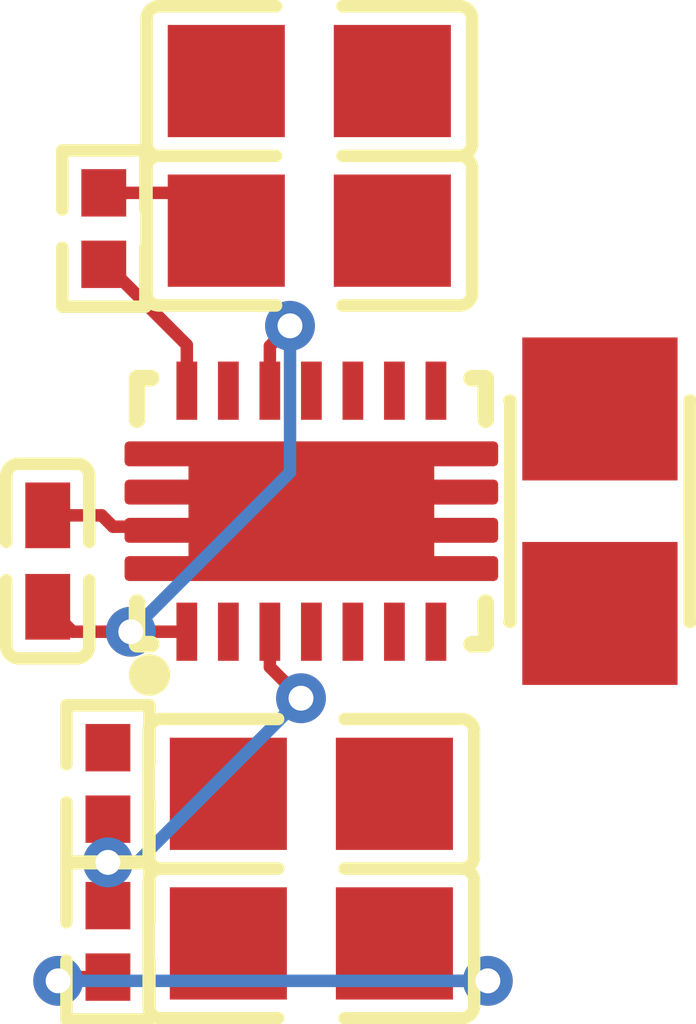
<source format=kicad_pcb>
(kicad_pcb (version 20240108) (generator "pcbnew") (generator_version "8.0")
  (layers (0 "F.Cu" signal) (31 "B.Cu" signal) (34 "B.Paste" user) (35 "F.Paste" user) (36 "B.SilkS" user "B.Silkscreen") (37 "F.SilkS" user "F.Silkscreen") (38 "B.Mask" user) (39 "F.Mask" user) (44 "Edge.Cuts" user))
  (net 0 "")
  (net 1 "L2")
  (net 2 "hv-1")
  (net 3 "L1")
  (net 4 "FB")
  (net 5 "EN")
  (net 6 "PG")
  (net 7 "gnd")
  (net 8 "hv")
  (footprint "lib:VSON-14_L4.0-W3.0-P0.50-BL-EP_TI_DSJ" (layer "F.Cu") (at 134.925 95.95)
    (property "Reference" "U1" (hide yes))
    (property "Value" "" (hide yes))
    (fp_line (start -2.1 -1.6) (end -1.93 -1.6) (stroke (width 0.2)) (layer "F.SilkS"))
    (fp_line (start -2.1 -1.1) (end -2.1 -1.6) (stroke (width 0.2)) (layer "F.SilkS"))
    (fp_line (start -2.1 1.6) (end -2.1 1.1) (stroke (width 0.2)) (layer "F.SilkS"))
    (fp_line (start -1.93 1.6) (end -2.1 1.6) (stroke (width 0.2)) (layer "F.SilkS"))
    (fp_line (start 2.1 -1.6) (end 1.93 -1.6) (stroke (width 0.2)) (layer "F.SilkS"))
    (fp_line (start 2.1 -1.1) (end 2.1 -1.6) (stroke (width 0.2)) (layer "F.SilkS"))
    (fp_line (start 2.1 1.1) (end 2.1 1.6) (stroke (width 0.2)) (layer "F.SilkS"))
    (fp_line (start 2.1 1.6) (end 1.93 1.6) (stroke (width 0.2)) (layer "F.SilkS"))
    (fp_arc (start -1.95 1.97) (mid -1.95 1.97) (end -1.95 1.97) (stroke (width 0.25)) (layer "F.SilkS"))
    (pad "1" smd rect (at -1.5 1.45) (size 0.25 0.7) (layers "F.Cu" "F.Paste" "F.Mask") (net 5 "EN"))
    (pad "2" smd rect (at -1 1.45) (size 0.25 0.7) (layers "F.Cu" "F.Paste" "F.Mask") (net 7 "gnd"))
    (pad "3" smd rect (at -0.5 1.45) (size 0.25 0.7) (layers "F.Cu" "F.Paste" "F.Mask") (net 4 "FB"))
    (pad "4" smd rect (at 0 1.45) (size 0.25 0.7) (layers "F.Cu" "F.Paste" "F.Mask") (net 2 "hv-1"))
    (pad "5" smd rect (at 0.5 1.45) (size 0.25 0.7) (layers "F.Cu" "F.Paste" "F.Mask") (net 2 "hv-1"))
    (pad "6" smd rect (at 1 1.45) (size 0.25 0.7) (layers "F.Cu" "F.Paste" "F.Mask") (net 1 "L2"))
    (pad "7" smd rect (at 1.5 1.45) (size 0.25 0.7) (layers "F.Cu" "F.Paste" "F.Mask") (net 1 "L2"))
    (pad "8" smd rect (at 1.5 -1.45) (size 0.25 0.7) (layers "F.Cu" "F.Paste" "F.Mask") (net 3 "L1"))
    (pad "9" smd rect (at 1 -1.45) (size 0.25 0.7) (layers "F.Cu" "F.Paste" "F.Mask") (net 3 "L1"))
    (pad "10" smd rect (at 0.5 -1.45 180) (size 0.25 0.7) (layers "F.Cu" "F.Paste" "F.Mask") (net 8 "hv"))
    (pad "11" smd rect (at 0 -1.45 180) (size 0.25 0.7) (layers "F.Cu" "F.Paste" "F.Mask") (net 8 "hv"))
    (pad "12" smd rect (at -0.5 -1.45 180) (size 0.25 0.7) (layers "F.Cu" "F.Paste" "F.Mask") (net 5 "EN"))
    (pad "13" smd rect (at -1 -1.45 180) (size 0.25 0.7) (layers "F.Cu" "F.Paste" "F.Mask") (net 7 "gnd"))
    (pad "14" smd rect (at -1.5 -1.45 180) (size 0.25 0.7) (layers "F.Cu" "F.Paste" "F.Mask") (net 6 "PG"))
    (pad "15" smd custom (at 0 0) (size 1 1) (layers "F.Cu" "F.Paste" "F.Mask") (net 7 "gnd") (options (clearance outline) (anchor circle)) (primitives (gr_poly (pts (xy -2.2 -0.79) (xy -2.2 -0.59) (xy -1.43 -0.59) (xy -1.43 -0.33) (xy -2.2 -0.33) (xy -2.2 -0.13) (xy -1.43 -0.13) (xy -1.43 0.13) (xy -2.2 0.13) (xy -2.2 0.33) (xy -1.43 0.33) (xy -1.43 0.59) (xy -2.2 0.59) (xy -2.2 0.79) (xy 2.2 0.79) (xy 2.2 0.59) (xy 1.43 0.59) (xy 1.43 0.33) (xy 2.2 0.33) (xy 2.2 0.13) (xy 1.43 0.13) (xy 1.43 -0.13) (xy 2.2 -0.13) (xy 2.2 -0.33) (xy 1.43 -0.33) (xy 1.43 -0.59) (xy 2.2 -0.59) (xy 2.2 -0.79) (xy -2.2 -0.79)) (width 0.1) (fill yes))))
  )
  (footprint "atopile:IND-SMD_L2.5-W2.0_WPN252012H-c19fd2" (layer "F.Cu") (at 138.4 95.95 90)
    (property "Reference" "L1" (hide yes))
    (property "Value" "1.5µH ±20% 2.4A 72mΩ" (hide yes))
    (fp_line (start -1.33 -1.09) (end -1.33 -1.08) (stroke (width 0.15)) (layer "F.SilkS"))
    (fp_line (start 1.33 -1.08) (end 1.33 -1.09) (stroke (width 0.15)) (layer "F.SilkS"))
    (fp_line (start -1.33 -1.08) (end 1.33 -1.08) (stroke (width 0.15)) (layer "F.SilkS"))
    (fp_line (start 1.33 1.08) (end 1.33 1.09) (stroke (width 0.15)) (layer "F.SilkS"))
    (fp_line (start -1.33 1.08) (end 1.33 1.08) (stroke (width 0.15)) (layer "F.SilkS"))
    (fp_line (start -1.33 1.09) (end -1.33 1.08) (stroke (width 0.15)) (layer "F.SilkS"))
    (pad "1" smd rect (at 1.23 0 90) (size 1.72 1.87) (layers "F.Cu" "F.Paste" "F.Mask") (net 3 "L1"))
    (pad "2" smd rect (at -1.23 0 90) (size 1.72 1.87) (layers "F.Cu" "F.Paste" "F.Mask") (net 1 "L2"))
  )
  (footprint "atopile:R0402-56259e" (layer "F.Cu") (at 132.475 99.225 90)
    (property "Reference" "R1" (hide yes))
    (property "Value" "10kΩ ±1% 62.5mW" (hide yes))
    (fp_line (start 0.94 -0.5) (end 0.23 -0.5) (stroke (width 0.15)) (layer "F.SilkS"))
    (fp_line (start -0.94 -0.5) (end -0.23 -0.5) (stroke (width 0.15)) (layer "F.SilkS"))
    (fp_line (start 0.94 0.5) (end 0.94 -0.5) (stroke (width 0.15)) (layer "F.SilkS"))
    (fp_line (start 0.23 0.5) (end 0.94 0.5) (stroke (width 0.15)) (layer "F.SilkS"))
    (fp_line (start -0.23 0.5) (end -0.94 0.5) (stroke (width 0.15)) (layer "F.SilkS"))
    (fp_line (start -0.94 0.5) (end -0.94 -0.5) (stroke (width 0.15)) (layer "F.SilkS"))
    (pad "1" smd rect (at -0.43 0 90) (size 0.57 0.54) (layers "F.Cu" "F.Paste" "F.Mask") (net 4 "FB"))
    (pad "2" smd rect (at 0.43 0 90) (size 0.57 0.54) (layers "F.Cu" "F.Paste" "F.Mask") (net 7 "gnd"))
  )
  (footprint "atopile:C0805-3b2e55" (layer "F.Cu") (at 134.925 101.15 180)
    (property "Reference" "C4" (hide yes))
    (property "Value" "10µF ±10% 25V X5R" (hide yes))
    (fp_line (start 1.96 0.75) (end 1.96 -0.75) (stroke (width 0.15)) (layer "F.SilkS"))
    (fp_line (start 1.81 -0.9) (end 0.4 -0.9) (stroke (width 0.15)) (layer "F.SilkS"))
    (fp_line (start 0.4 0.9) (end 1.81 0.9) (stroke (width 0.15)) (layer "F.SilkS"))
    (fp_line (start -0.4 0.9) (end -1.81 0.9) (stroke (width 0.15)) (layer "F.SilkS"))
    (fp_line (start -1.81 -0.9) (end -0.4 -0.9) (stroke (width 0.15)) (layer "F.SilkS"))
    (fp_line (start -1.96 0.75) (end -1.96 -0.75) (stroke (width 0.15)) (layer "F.SilkS"))
    (fp_arc (start 1.96 0.75) (mid 1.916066 0.856066) (end 1.81 0.9) (stroke (width 0.15)) (layer "F.SilkS"))
    (fp_arc (start 1.81 -0.9) (mid 1.916066 -0.856066) (end 1.96 -0.75) (stroke (width 0.15)) (layer "F.SilkS"))
    (fp_arc (start -1.81 0.9) (mid -1.916066 0.856066) (end -1.96 0.75) (stroke (width 0.15)) (layer "F.SilkS"))
    (fp_arc (start -1.96 -0.75) (mid -1.916066 -0.856066) (end -1.81 -0.9) (stroke (width 0.15)) (layer "F.SilkS"))
    (pad "1" smd rect (at -1 0 180) (size 1.41 1.35) (layers "F.Cu" "F.Paste" "F.Mask") (net 2 "hv-1"))
    (pad "2" smd rect (at 1 0 180) (size 1.41 1.35) (layers "F.Cu" "F.Paste" "F.Mask") (net 7 "gnd"))
  )
  (footprint "atopile:C0805-3b2e55" (layer "F.Cu") (at 134.925 99.35 180)
    (property "Reference" "C3" (hide yes))
    (property "Value" "10µF ±10% 25V X5R" (hide yes))
    (fp_line (start 1.96 0.75) (end 1.96 -0.75) (stroke (width 0.15)) (layer "F.SilkS"))
    (fp_line (start 1.81 -0.9) (end 0.4 -0.9) (stroke (width 0.15)) (layer "F.SilkS"))
    (fp_line (start 0.4 0.9) (end 1.81 0.9) (stroke (width 0.15)) (layer "F.SilkS"))
    (fp_line (start -0.4 0.9) (end -1.81 0.9) (stroke (width 0.15)) (layer "F.SilkS"))
    (fp_line (start -1.81 -0.9) (end -0.4 -0.9) (stroke (width 0.15)) (layer "F.SilkS"))
    (fp_line (start -1.96 0.75) (end -1.96 -0.75) (stroke (width 0.15)) (layer "F.SilkS"))
    (fp_arc (start 1.96 0.75) (mid 1.916066 0.856066) (end 1.81 0.9) (stroke (width 0.15)) (layer "F.SilkS"))
    (fp_arc (start 1.81 -0.9) (mid 1.916066 -0.856066) (end 1.96 -0.75) (stroke (width 0.15)) (layer "F.SilkS"))
    (fp_arc (start -1.81 0.9) (mid -1.916066 0.856066) (end -1.96 0.75) (stroke (width 0.15)) (layer "F.SilkS"))
    (fp_arc (start -1.96 -0.75) (mid -1.916066 -0.856066) (end -1.81 -0.9) (stroke (width 0.15)) (layer "F.SilkS"))
    (pad "1" smd rect (at -1 0 180) (size 1.41 1.35) (layers "F.Cu" "F.Paste" "F.Mask") (net 2 "hv-1"))
    (pad "2" smd rect (at 1 0 180) (size 1.41 1.35) (layers "F.Cu" "F.Paste" "F.Mask") (net 7 "gnd"))
  )
  (footprint "atopile:C0402-b3ef17" (layer "F.Cu") (at 131.75 96.55 90)
    (property "Reference" "C5" (hide yes))
    (property "Value" "100nF ±10% 16V X7R" (hide yes))
    (fp_line (start 1.02 -0.5) (end 0.23 -0.5) (stroke (width 0.15)) (layer "F.SilkS"))
    (fp_line (start -1.02 -0.5) (end -0.23 -0.5) (stroke (width 0.15)) (layer "F.SilkS"))
    (fp_line (start 1.17 0.35) (end 1.17 -0.35) (stroke (width 0.15)) (layer "F.SilkS"))
    (fp_line (start -1.17 0.35) (end -1.17 -0.35) (stroke (width 0.15)) (layer "F.SilkS"))
    (fp_line (start 0.23 0.5) (end 1.02 0.5) (stroke (width 0.15)) (layer "F.SilkS"))
    (fp_line (start -0.23 0.5) (end -1.02 0.5) (stroke (width 0.15)) (layer "F.SilkS"))
    (fp_arc (start 1.02 -0.5) (mid 1.126066 -0.456066) (end 1.17 -0.35) (stroke (width 0.15)) (layer "F.SilkS"))
    (fp_arc (start -1.17 -0.35) (mid -1.126066 -0.456066) (end -1.02 -0.5) (stroke (width 0.15)) (layer "F.SilkS"))
    (fp_arc (start 1.17 0.35) (mid 1.126066 0.456066) (end 1.02 0.5) (stroke (width 0.15)) (layer "F.SilkS"))
    (fp_arc (start -1.02 0.5) (mid -1.126066 0.456066) (end -1.17 0.35) (stroke (width 0.15)) (layer "F.SilkS"))
    (pad "1" smd rect (at -0.55 0 90) (size 0.79 0.54) (layers "F.Cu" "F.Paste" "F.Mask") (net 5 "EN"))
    (pad "2" smd rect (at 0.55 0 90) (size 0.79 0.54) (layers "F.Cu" "F.Paste" "F.Mask") (net 7 "gnd"))
  )
  (footprint "atopile:R0402-56259e" (layer "F.Cu") (at 132.425 92.55 90)
    (property "Reference" "R3" (hide yes))
    (property "Value" "1MΩ ±1% 62.5mW" (hide yes))
    (fp_line (start 0.94 -0.5) (end 0.23 -0.5) (stroke (width 0.15)) (layer "F.SilkS"))
    (fp_line (start -0.94 -0.5) (end -0.23 -0.5) (stroke (width 0.15)) (layer "F.SilkS"))
    (fp_line (start 0.94 0.5) (end 0.94 -0.5) (stroke (width 0.15)) (layer "F.SilkS"))
    (fp_line (start 0.23 0.5) (end 0.94 0.5) (stroke (width 0.15)) (layer "F.SilkS"))
    (fp_line (start -0.23 0.5) (end -0.94 0.5) (stroke (width 0.15)) (layer "F.SilkS"))
    (fp_line (start -0.94 0.5) (end -0.94 -0.5) (stroke (width 0.15)) (layer "F.SilkS"))
    (pad "1" smd rect (at -0.43 0 90) (size 0.57 0.54) (layers "F.Cu" "F.Paste" "F.Mask") (net 6 "PG"))
    (pad "2" smd rect (at 0.43 0 90) (size 0.57 0.54) (layers "F.Cu" "F.Paste" "F.Mask") (net 7 "gnd"))
  )
  (footprint "atopile:C0805-3b2e55" (layer "F.Cu") (at 134.9 92.575 180)
    (property "Reference" "C1" (hide yes))
    (property "Value" "10µF ±10% 25V X5R" (hide yes))
    (fp_line (start 1.96 0.75) (end 1.96 -0.75) (stroke (width 0.15)) (layer "F.SilkS"))
    (fp_line (start 1.81 -0.9) (end 0.4 -0.9) (stroke (width 0.15)) (layer "F.SilkS"))
    (fp_line (start 0.4 0.9) (end 1.81 0.9) (stroke (width 0.15)) (layer "F.SilkS"))
    (fp_line (start -0.4 0.9) (end -1.81 0.9) (stroke (width 0.15)) (layer "F.SilkS"))
    (fp_line (start -1.81 -0.9) (end -0.4 -0.9) (stroke (width 0.15)) (layer "F.SilkS"))
    (fp_line (start -1.96 0.75) (end -1.96 -0.75) (stroke (width 0.15)) (layer "F.SilkS"))
    (fp_arc (start 1.96 0.75) (mid 1.916066 0.856066) (end 1.81 0.9) (stroke (width 0.15)) (layer "F.SilkS"))
    (fp_arc (start 1.81 -0.9) (mid 1.916066 -0.856066) (end 1.96 -0.75) (stroke (width 0.15)) (layer "F.SilkS"))
    (fp_arc (start -1.81 0.9) (mid -1.916066 0.856066) (end -1.96 0.75) (stroke (width 0.15)) (layer "F.SilkS"))
    (fp_arc (start -1.96 -0.75) (mid -1.916066 -0.856066) (end -1.81 -0.9) (stroke (width 0.15)) (layer "F.SilkS"))
    (pad "1" smd rect (at -1 0 180) (size 1.41 1.35) (layers "F.Cu" "F.Paste" "F.Mask") (net 8 "hv"))
    (pad "2" smd rect (at 1 0 180) (size 1.41 1.35) (layers "F.Cu" "F.Paste" "F.Mask") (net 7 "gnd"))
  )
  (footprint "atopile:R0402-56259e" (layer "F.Cu") (at 132.475 101.125 90)
    (property "Reference" "R2" (hide yes))
    (property "Value" "26.1kΩ ±1% 62.5mW" (hide yes))
    (fp_line (start 0.94 -0.5) (end 0.23 -0.5) (stroke (width 0.15)) (layer "F.SilkS"))
    (fp_line (start -0.94 -0.5) (end -0.23 -0.5) (stroke (width 0.15)) (layer "F.SilkS"))
    (fp_line (start 0.94 0.5) (end 0.94 -0.5) (stroke (width 0.15)) (layer "F.SilkS"))
    (fp_line (start 0.23 0.5) (end 0.94 0.5) (stroke (width 0.15)) (layer "F.SilkS"))
    (fp_line (start -0.23 0.5) (end -0.94 0.5) (stroke (width 0.15)) (layer "F.SilkS"))
    (fp_line (start -0.94 0.5) (end -0.94 -0.5) (stroke (width 0.15)) (layer "F.SilkS"))
    (pad "1" smd rect (at -0.43 0 90) (size 0.57 0.54) (layers "F.Cu" "F.Paste" "F.Mask") (net 2 "hv-1"))
    (pad "2" smd rect (at 0.43 0 90) (size 0.57 0.54) (layers "F.Cu" "F.Paste" "F.Mask") (net 4 "FB"))
  )
  (footprint "atopile:C0805-3b2e55" (layer "F.Cu") (at 134.9 90.775 180)
    (property "Reference" "C2" (hide yes))
    (property "Value" "10µF ±10% 25V X5R" (hide yes))
    (fp_line (start 1.96 0.75) (end 1.96 -0.75) (stroke (width 0.15)) (layer "F.SilkS"))
    (fp_line (start 1.81 -0.9) (end 0.4 -0.9) (stroke (width 0.15)) (layer "F.SilkS"))
    (fp_line (start 0.4 0.9) (end 1.81 0.9) (stroke (width 0.15)) (layer "F.SilkS"))
    (fp_line (start -0.4 0.9) (end -1.81 0.9) (stroke (width 0.15)) (layer "F.SilkS"))
    (fp_line (start -1.81 -0.9) (end -0.4 -0.9) (stroke (width 0.15)) (layer "F.SilkS"))
    (fp_line (start -1.96 0.75) (end -1.96 -0.75) (stroke (width 0.15)) (layer "F.SilkS"))
    (fp_arc (start 1.96 0.75) (mid 1.916066 0.856066) (end 1.81 0.9) (stroke (width 0.15)) (layer "F.SilkS"))
    (fp_arc (start 1.81 -0.9) (mid 1.916066 -0.856066) (end 1.96 -0.75) (stroke (width 0.15)) (layer "F.SilkS"))
    (fp_arc (start -1.81 0.9) (mid -1.916066 0.856066) (end -1.96 0.75) (stroke (width 0.15)) (layer "F.SilkS"))
    (fp_arc (start -1.96 -0.75) (mid -1.916066 -0.856066) (end -1.81 -0.9) (stroke (width 0.15)) (layer "F.SilkS"))
    (pad "1" smd rect (at -1 0 180) (size 1.41 1.35) (layers "F.Cu" "F.Paste" "F.Mask") (net 8 "hv"))
    (pad "2" smd rect (at 1 0 180) (size 1.41 1.35) (layers "F.Cu" "F.Paste" "F.Mask") (net 7 "gnd"))
  )
  (segment (start 136.375 101.6) (end 135.925 101.15) (width 0.15) (layer "F.Cu") (net 2))
  (segment (start 131.92 101.555) (end 131.875 101.6) (width 0.15) (layer "F.Cu") (net 2))
  (segment (start 137.05 101.6) (end 136.375 101.6) (width 0.15) (layer "F.Cu") (net 2))
  (segment (start 132.475 101.555) (end 131.92 101.555) (width 0.15) (layer "F.Cu") (net 2))
  (via (at 131.875 101.6) (size 0.6) (drill 0.3) (layers "F.Cu" "B.Cu") (net 2))
  (via (at 137.05 101.6) (size 0.6) (drill 0.3) (layers "F.Cu" "B.Cu") (net 2))
  (segment (start 131.875 101.6) (end 137.05 101.6) (width 0.15) (layer "B.Cu") (net 2))
  (segment (start 132.475 99.655) (end 132.475 100.695) (width 0.15) (layer "F.Cu") (net 4))
  (segment (start 134.8 98.2) (end 134.425 97.825) (width 0.15) (layer "F.Cu") (net 4))
  (segment (start 134.425 97.825) (end 134.425 97.4) (width 0.15) (layer "F.Cu") (net 4))
  (via (at 134.8 98.2) (size 0.6) (drill 0.3) (layers "F.Cu" "B.Cu") (net 4))
  (via (at 132.475 100.175) (size 0.6) (drill 0.3) (layers "F.Cu" "B.Cu") (net 4))
  (segment (start 132.825 100.175) (end 134.8 98.2) (width 0.15) (layer "B.Cu") (net 4))
  (segment (start 132.475 100.175) (end 132.825 100.175) (width 0.15) (layer "B.Cu") (net 4))
  (segment (start 134.425 93.962559) (end 134.425 94.5) (width 0.15) (layer "F.Cu") (net 5))
  (segment (start 132.05 97.4) (end 131.75 97.1) (width 0.15) (layer "F.Cu") (net 5))
  (segment (start 133.425 97.4) (end 132.05 97.4) (width 0.15) (layer "F.Cu") (net 5))
  (segment (start 134.66766 93.719899) (end 134.425 93.962559) (width 0.15) (layer "F.Cu") (net 5))
  (via (at 134.66766 93.719899) (size 0.6) (drill 0.3) (layers "F.Cu" "B.Cu") (net 5))
  (via (at 132.75 97.4) (size 0.6) (drill 0.3) (layers "F.Cu" "B.Cu") (net 5))
  (segment (start 134.66766 95.48234) (end 132.75 97.4) (width 0.15) (layer "B.Cu") (net 5))
  (segment (start 134.66766 93.719899) (end 134.66766 95.48234) (width 0.15) (layer "B.Cu") (net 5))
  (segment (start 133.425 93.95) (end 133.425 94.5) (width 0.15) (layer "F.Cu") (net 6))
  (segment (start 132.455 92.98) (end 133.425 93.95) (width 0.15) (layer "F.Cu") (net 6))
  (segment (start 132.425 92.98) (end 132.455 92.98) (width 0.15) (layer "F.Cu") (net 6))
  (segment (start 134.738223 96.136777) (end 134.925 95.95) (width 0.15) (layer "F.Cu") (net 7))
  (segment (start 133.445 92.12) (end 133.9 92.575) (width 0.15) (layer "F.Cu") (net 7))
  (segment (start 132.536336 96.136777) (end 134.738223 96.136777) (width 0.15) (layer "F.Cu") (net 7))
  (segment (start 132.399559 96) (end 132.536336 96.136777) (width 0.15) (layer "F.Cu") (net 7))
  (segment (start 131.75 96) (end 132.399559 96) (width 0.15) (layer "F.Cu") (net 7))
  (segment (start 132.425 92.12) (end 133.445 92.12) (width 0.15) (layer "F.Cu") (net 7))
)
</source>
